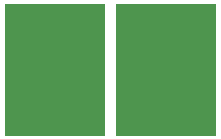
<source format=gbr>
%TF.GenerationSoftware,KiCad,Pcbnew,7.0.9*%
%TF.CreationDate,2023-12-02T15:08:33-05:00*%
%TF.ProjectId,BN-PCB,424e2d50-4342-42e6-9b69-6361645f7063,rev?*%
%TF.SameCoordinates,PX42c5818PY3939a88*%
%TF.FileFunction,Copper,L1,Top*%
%TF.FilePolarity,Positive*%
%FSLAX46Y46*%
G04 Gerber Fmt 4.6, Leading zero omitted, Abs format (unit mm)*
G04 Created by KiCad (PCBNEW 7.0.9) date 2023-12-02 15:08:33*
%MOMM*%
%LPD*%
G01*
G04 APERTURE LIST*
G04 Aperture macros list*
%AMFreePoly0*
4,1,5,4.250000,-5.600000,-4.250000,-5.600000,-4.250000,5.600000,4.250000,5.600000,4.250000,-5.600000,4.250000,-5.600000,$1*%
G04 Aperture macros list end*
%TA.AperFunction,ComponentPad*%
%ADD10FreePoly0,0.000000*%
%TD*%
G04 APERTURE END LIST*
D10*
%TO.P,REF\u002A\u002A,1*%
%TO.N,N/C*%
X5250000Y-5775000D03*
%TO.P,REF\u002A\u002A,2*%
X14600000Y-5775000D03*
%TD*%
M02*

</source>
